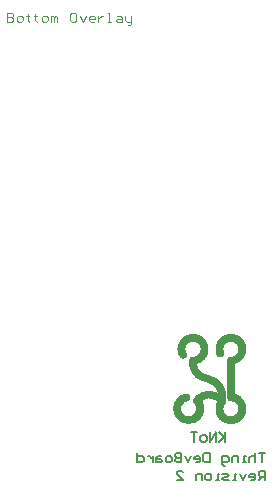
<source format=gbo>
%FSLAX44Y44*%
%MOMM*%
G71*
G01*
G75*
G04 Layer_Color=32896*
%ADD10C,0.3810*%
%ADD11R,0.8000X0.9000*%
%ADD12R,0.6000X0.5000*%
%ADD13R,0.5000X0.6000*%
%ADD14R,1.3000X1.5000*%
%ADD15R,1.0000X1.1000*%
%ADD16R,1.1000X1.0000*%
%ADD17R,1.5000X1.5000*%
%ADD18R,1.5000X1.5000*%
%ADD19O,1.5000X0.4500*%
%ADD20O,0.4500X1.5000*%
%ADD21R,0.8000X0.3000*%
%ADD22R,0.3000X0.8000*%
%ADD23R,1.6000X1.6000*%
%ADD24O,2.1000X0.3500*%
%ADD25R,0.6900X1.2000*%
%ADD26R,1.9000X1.9000*%
%ADD27R,1.9000X1.8000*%
%ADD28R,1.6000X2.1000*%
%ADD29R,1.3500X0.4000*%
%ADD30R,2.4000X1.9000*%
%ADD31R,1.1000X1.9000*%
%ADD32C,0.5000*%
%ADD33C,0.3000*%
%ADD34C,0.2540*%
%ADD35C,0.6000*%
%ADD36C,0.6010*%
%ADD37C,0.6020*%
%ADD38C,1.2600*%
%ADD39C,0.1000*%
%ADD40C,1.5000*%
%ADD41R,2.2000X2.2000*%
%ADD42C,2.3000*%
%ADD43C,1.2700*%
%ADD44C,1.0000*%
%ADD45C,0.7000*%
%ADD46C,5.0000*%
%ADD47C,0.2500*%
%ADD48C,0.2000*%
%ADD49C,0.0500*%
%ADD50R,0.2500X1.4000*%
%ADD51R,1.0032X1.1032*%
%ADD52R,0.8032X0.7032*%
%ADD53R,0.7032X0.8032*%
%ADD54R,1.5032X1.7032*%
%ADD55R,1.2032X1.3032*%
%ADD56R,1.3032X1.2032*%
%ADD57R,1.7032X1.7032*%
%ADD58R,1.7032X1.7032*%
%ADD59O,1.7032X0.6532*%
%ADD60O,0.6532X1.7032*%
%ADD61R,1.0032X0.5032*%
%ADD62R,0.5032X1.0032*%
%ADD63R,1.8032X1.8032*%
%ADD64O,2.3032X0.5532*%
%ADD65R,0.8932X1.4032*%
%ADD66R,2.1032X2.1032*%
%ADD67R,2.1032X2.0032*%
%ADD68R,1.8032X2.3032*%
%ADD69R,1.5532X0.6032*%
%ADD70R,2.6032X2.1032*%
%ADD71R,1.3032X2.1032*%
%ADD72C,1.7032*%
%ADD73R,2.4032X2.4032*%
%ADD74C,2.5032*%
%ADD75C,1.4732*%
%ADD76C,1.2032*%
%ADD77C,0.9032*%
%ADD78C,5.2032*%
%ADD79C,0.0254*%
D39*
X144780Y458847D02*
Y450850D01*
X148779D01*
X150112Y452183D01*
Y453516D01*
X148779Y454849D01*
X144780D01*
X148779D01*
X150112Y456182D01*
Y457514D01*
X148779Y458847D01*
X144780D01*
X154110Y450850D02*
X156776D01*
X158109Y452183D01*
Y454849D01*
X156776Y456182D01*
X154110D01*
X152777Y454849D01*
Y452183D01*
X154110Y450850D01*
X162108Y457514D02*
Y456182D01*
X160775D01*
X163441D01*
X162108D01*
Y452183D01*
X163441Y450850D01*
X168772Y457514D02*
Y456182D01*
X167439D01*
X170105D01*
X168772D01*
Y452183D01*
X170105Y450850D01*
X175437D02*
X178103D01*
X179436Y452183D01*
Y454849D01*
X178103Y456182D01*
X175437D01*
X174104Y454849D01*
Y452183D01*
X175437Y450850D01*
X182101D02*
Y456182D01*
X183434D01*
X184767Y454849D01*
Y450850D01*
Y454849D01*
X186100Y456182D01*
X187433Y454849D01*
Y450850D01*
X202095Y458847D02*
X199429D01*
X198096Y457514D01*
Y452183D01*
X199429Y450850D01*
X202095D01*
X203428Y452183D01*
Y457514D01*
X202095Y458847D01*
X206094Y456182D02*
X208759Y450850D01*
X211425Y456182D01*
X218090Y450850D02*
X215424D01*
X214091Y452183D01*
Y454849D01*
X215424Y456182D01*
X218090D01*
X219423Y454849D01*
Y453516D01*
X214091D01*
X222088Y456182D02*
Y450850D01*
Y453516D01*
X223421Y454849D01*
X224754Y456182D01*
X226087D01*
X230086Y450850D02*
X232752D01*
X231419D01*
Y458847D01*
X230086D01*
X238083Y456182D02*
X240749D01*
X242082Y454849D01*
Y450850D01*
X238083D01*
X236750Y452183D01*
X238083Y453516D01*
X242082D01*
X244748Y456182D02*
Y452183D01*
X246081Y450850D01*
X250079D01*
Y449517D01*
X248746Y448184D01*
X247414D01*
X250079Y450850D02*
Y456182D01*
D48*
X363000Y63000D02*
Y70997D01*
X359001D01*
X357668Y69665D01*
Y66999D01*
X359001Y65666D01*
X363000D01*
X360334D02*
X357668Y63000D01*
X351004D02*
X353670D01*
X355003Y64333D01*
Y66999D01*
X353670Y68332D01*
X351004D01*
X349671Y66999D01*
Y65666D01*
X355003D01*
X347005Y68332D02*
X344339Y63000D01*
X341674Y68332D01*
X339008Y63000D02*
X336342D01*
X337675D01*
Y68332D01*
X339008D01*
X332343Y63000D02*
X328344D01*
X327012Y64333D01*
X328344Y65666D01*
X331010D01*
X332343Y66999D01*
X331010Y68332D01*
X327012D01*
X324346Y63000D02*
X321680D01*
X323013D01*
Y68332D01*
X324346D01*
X316348Y63000D02*
X313683D01*
X312350Y64333D01*
Y66999D01*
X313683Y68332D01*
X316348D01*
X317681Y66999D01*
Y64333D01*
X316348Y63000D01*
X309684D02*
Y68332D01*
X305685D01*
X304352Y66999D01*
Y63000D01*
X288357D02*
X293689D01*
X288357Y68332D01*
Y69665D01*
X289690Y70997D01*
X292356D01*
X293689Y69665D01*
X363000Y85997D02*
X357668D01*
X360334D01*
Y78000D01*
X355003Y85997D02*
Y78000D01*
Y81999D01*
X353670Y83332D01*
X351004D01*
X349671Y81999D01*
Y78000D01*
X347005D02*
X344339D01*
X345672D01*
Y83332D01*
X347005D01*
X340341Y78000D02*
Y83332D01*
X336342D01*
X335009Y81999D01*
Y78000D01*
X329677Y75334D02*
X328344D01*
X327012Y76667D01*
Y83332D01*
X331010D01*
X332343Y81999D01*
Y79333D01*
X331010Y78000D01*
X327012D01*
X316348Y85997D02*
Y78000D01*
X312350D01*
X311017Y79333D01*
Y84664D01*
X312350Y85997D01*
X316348D01*
X304352Y78000D02*
X307018D01*
X308351Y79333D01*
Y81999D01*
X307018Y83332D01*
X304352D01*
X303019Y81999D01*
Y80666D01*
X308351D01*
X300354Y83332D02*
X297688Y78000D01*
X295022Y83332D01*
X292356Y85997D02*
Y78000D01*
X288357D01*
X287024Y79333D01*
Y80666D01*
X288357Y81999D01*
X292356D01*
X288357D01*
X287024Y83332D01*
Y84664D01*
X288357Y85997D01*
X292356D01*
X283026Y78000D02*
X280360D01*
X279027Y79333D01*
Y81999D01*
X280360Y83332D01*
X283026D01*
X284359Y81999D01*
Y79333D01*
X283026Y78000D01*
X275028Y83332D02*
X272363D01*
X271030Y81999D01*
Y78000D01*
X275028D01*
X276361Y79333D01*
X275028Y80666D01*
X271030D01*
X268364Y83332D02*
Y78000D01*
Y80666D01*
X267031Y81999D01*
X265698Y83332D01*
X264365D01*
X255035Y85997D02*
Y78000D01*
X259034D01*
X260366Y79333D01*
Y81999D01*
X259034Y83332D01*
X255035D01*
X329636Y103505D02*
Y95508D01*
Y98174D01*
X324304Y103505D01*
X328303Y99507D01*
X324304Y95508D01*
X321639D02*
Y103505D01*
X316307Y95508D01*
Y103505D01*
X312308Y95508D02*
X309642D01*
X308309Y96841D01*
Y99507D01*
X309642Y100840D01*
X312308D01*
X313641Y99507D01*
Y96841D01*
X312308Y95508D01*
X305644Y103505D02*
X300312D01*
X302978D01*
Y95508D01*
D79*
X331724Y186690D02*
X336296D01*
X299212D02*
X303784D01*
X330962Y186436D02*
X336804D01*
X298704D02*
X304800D01*
X329946Y186182D02*
X337820D01*
X297942D02*
X305816D01*
X329692Y185928D02*
X338074D01*
X297434D02*
X305816D01*
X328676Y185674D02*
X339344D01*
X296418D02*
X306832D01*
X328168Y185420D02*
X339598D01*
X295910D02*
X307340D01*
X327914Y185166D02*
X339852D01*
X295656D02*
X308102D01*
X327660Y184912D02*
X340360D01*
X295402D02*
X308102D01*
X326898Y184658D02*
X340868D01*
X294640D02*
X308864D01*
X326644Y184404D02*
X341122D01*
X294386D02*
X309118D01*
X326136Y184150D02*
X341630D01*
X294132D02*
X309372D01*
X325882Y183896D02*
X341884D01*
X293878D02*
X309626D01*
X325628Y183642D02*
X342138D01*
X293370D02*
X310134D01*
X325374Y183388D02*
X342392D01*
X293116D02*
X310134D01*
X325120Y183134D02*
X342646D01*
X292862D02*
X310642D01*
X324866Y182880D02*
X342900D01*
X292862D02*
X310642D01*
X324612Y182626D02*
X343154D01*
X292354D02*
X311150D01*
X324358Y182372D02*
X343408D01*
X292100D02*
X311150D01*
X324104Y182118D02*
X343662D01*
X291846D02*
X311404D01*
X323850Y181864D02*
X343916D01*
X291846D02*
X311658D01*
X323596Y181610D02*
X343916D01*
X291592D02*
X312166D01*
X323596Y181356D02*
X344170D01*
X291338D02*
X312166D01*
X323342Y181102D02*
X344424D01*
X291338D02*
X312166D01*
X335280Y180848D02*
X344424D01*
X323342D02*
X332486D01*
X303530D02*
X312166D01*
X291084D02*
X299974D01*
X336296Y180594D02*
X344678D01*
X323088D02*
X331470D01*
X304292D02*
X312674D01*
X290830D02*
X299212D01*
X336550Y180340D02*
X344932D01*
X322834D02*
X330962D01*
X304800D02*
X312674D01*
X290830D02*
X298704D01*
X337058Y180086D02*
X344932D01*
X322580D02*
X330708D01*
X305054D02*
X312928D01*
X290830D02*
X298450D01*
X337820Y179832D02*
X344932D01*
X322580D02*
X329946D01*
X305816D02*
X313182D01*
X290576D02*
X297688D01*
X338074Y179578D02*
X345186D01*
X322580D02*
X329692D01*
X306070D02*
X313182D01*
X290322D02*
X297688D01*
X338074Y179324D02*
X345186D01*
X322326D02*
X329438D01*
X306324D02*
X313182D01*
X290322D02*
X297180D01*
X338582Y179070D02*
X345440D01*
X322326D02*
X329184D01*
X306578D02*
X313182D01*
X290068D02*
X296926D01*
X339090Y178816D02*
X345694D01*
X322326D02*
X328676D01*
X307086D02*
X313436D01*
X290068D02*
X296672D01*
X339090Y178562D02*
X345694D01*
X322072D02*
X328676D01*
X307086D02*
X313690D01*
X289814D02*
X296672D01*
X339090Y178308D02*
X345694D01*
X321818D02*
X328422D01*
X307086D02*
X313690D01*
X289814D02*
X296418D01*
X339344Y178054D02*
X345948D01*
X321818D02*
X328422D01*
X307340D02*
X313690D01*
X289814D02*
X296164D01*
X339598Y177800D02*
X345948D01*
X321818D02*
X327914D01*
X307594D02*
X313944D01*
X289814D02*
X295910D01*
X339852Y177546D02*
X346202D01*
X321564D02*
X327914D01*
X307848D02*
X313944D01*
X289814D02*
X295656D01*
X340106Y177292D02*
X346202D01*
X321564D02*
X327660D01*
X308102D02*
X314198D01*
X289814D02*
X295656D01*
X340106Y177038D02*
X346202D01*
X321564D02*
X327660D01*
X308102D02*
X314198D01*
X289560D02*
X295656D01*
X340106Y176784D02*
X346202D01*
X321564D02*
X327660D01*
X308102D02*
X314198D01*
X289560D02*
X295402D01*
X340106Y176530D02*
X346202D01*
X321564D02*
X327660D01*
X308356D02*
X314198D01*
X289306D02*
X295402D01*
X340360Y176276D02*
X346202D01*
X321564D02*
X327406D01*
X308356D02*
X314198D01*
X289306D02*
X295402D01*
X340360Y176022D02*
X346202D01*
X321564D02*
X327406D01*
X308356D02*
X314198D01*
X289306D02*
X295402D01*
X340360Y175768D02*
X346202D01*
X321310D02*
X327406D01*
X308356D02*
X314198D01*
X289306D02*
X295148D01*
X340360Y175514D02*
X346202D01*
X321310D02*
X327152D01*
X308356D02*
X314198D01*
X289306D02*
X295148D01*
X340360Y175260D02*
X346456D01*
X321310D02*
X327152D01*
X308356D02*
X314198D01*
X289306D02*
X295148D01*
X340614Y175006D02*
X346456D01*
X321310D02*
X327152D01*
X308610D02*
X314198D01*
X289306D02*
X294894D01*
X340614Y174752D02*
X346456D01*
X321310D02*
X327152D01*
X308610D02*
X314198D01*
X289052D02*
X294894D01*
X340614Y174498D02*
X346456D01*
X321310D02*
X327152D01*
X308610D02*
X314198D01*
X289052D02*
X294894D01*
X340614Y174244D02*
X346456D01*
X321310D02*
X327152D01*
X308610D02*
X314198D01*
X289052D02*
X294894D01*
X340614Y173990D02*
X346456D01*
X321310D02*
X327152D01*
X308610D02*
X314198D01*
X289052D02*
X294894D01*
X340614Y173736D02*
X346456D01*
X321310D02*
X327152D01*
X308610D02*
X314198D01*
X289306D02*
X294894D01*
X340614Y173482D02*
X346456D01*
X321310D02*
X327152D01*
X308610D02*
X314198D01*
X289306D02*
X295148D01*
X340614Y173228D02*
X346456D01*
X321310D02*
X327152D01*
X308356D02*
X314198D01*
X289306D02*
X295148D01*
X340360Y172974D02*
X346456D01*
X321310D02*
X327152D01*
X308356D02*
X314198D01*
X289306D02*
X295148D01*
X340360Y172720D02*
X346202D01*
X321310D02*
X327406D01*
X308356D02*
X314198D01*
X289306D02*
X295148D01*
X340360Y172466D02*
X346202D01*
X321310D02*
X327406D01*
X308356D02*
X314198D01*
X289306D02*
X295402D01*
X340360Y172212D02*
X346202D01*
X321564D02*
X327406D01*
X308356D02*
X314198D01*
X289306D02*
X295402D01*
X340106Y171958D02*
X346202D01*
X321564D02*
X327660D01*
X308356D02*
X314198D01*
X289306D02*
X295402D01*
X340106Y171704D02*
X346202D01*
X321564D02*
X327660D01*
X308102D02*
X314198D01*
X289560D02*
X295656D01*
X340106Y171450D02*
X346202D01*
X321564D02*
X327660D01*
X308102D02*
X314198D01*
X289560D02*
X295656D01*
X340106Y171196D02*
X346202D01*
X321564D02*
X327660D01*
X307848D02*
X314198D01*
X289560D02*
X295656D01*
X339852Y170942D02*
X346202D01*
X321564D02*
X327660D01*
X307848D02*
X313944D01*
X289814D02*
X295656D01*
X339598Y170688D02*
X345948D01*
X321818D02*
X327914D01*
X307594D02*
X313944D01*
X289814D02*
X295910D01*
X339344Y170434D02*
X345948D01*
X321818D02*
X327914D01*
X307340D02*
X313690D01*
X289814D02*
X296164D01*
X339344Y170180D02*
X345948D01*
X321818D02*
X327914D01*
X307086D02*
X313690D01*
X289814D02*
X296164D01*
X339090Y169926D02*
X345694D01*
X322072D02*
X327914D01*
X307086D02*
X313690D01*
X289814D02*
X296418D01*
X339090Y169672D02*
X345694D01*
X322326D02*
X327660D01*
X307086D02*
X313436D01*
X290068D02*
X296418D01*
X338582Y169418D02*
X345440D01*
X322326D02*
X327660D01*
X306578D02*
X313182D01*
X290068D02*
X296418D01*
X338328Y169164D02*
X345440D01*
X322326D02*
X327660D01*
X306324D02*
X313182D01*
X290322D02*
X296418D01*
X338074Y168910D02*
X345186D01*
X322580D02*
X327660D01*
X306070D02*
X313182D01*
X290322D02*
X296418D01*
X338074Y168656D02*
X344932D01*
X322580D02*
X327152D01*
X305816D02*
X313182D01*
X290576D02*
X296164D01*
X337312Y168402D02*
X344932D01*
X322834D02*
X326898D01*
X305054D02*
X312928D01*
X290830D02*
X296164D01*
X337058Y168148D02*
X344932D01*
X323088D02*
X326644D01*
X304800D02*
X312928D01*
X290830D02*
X295910D01*
X336296Y167894D02*
X344932D01*
X323596D02*
X326644D01*
X304038D02*
X312674D01*
X290830D02*
X295910D01*
X336042Y167640D02*
X344424D01*
X324358D02*
X325374D01*
X303784D02*
X312420D01*
X291084D02*
X295656D01*
X333248Y167386D02*
X344424D01*
X300990D02*
X312166D01*
X291338D02*
X295656D01*
X332740Y167132D02*
X344170D01*
X300482D02*
X312166D01*
X291592D02*
X295148D01*
X332232Y166878D02*
X344170D01*
X299974D02*
X312166D01*
X291846D02*
X294894D01*
X331978Y166624D02*
X343916D01*
X299974D02*
X311658D01*
X292608D02*
X294132D01*
X331724Y166370D02*
X343662D01*
X299466D02*
X311658D01*
X331470Y166116D02*
X343408D01*
X299466D02*
X311404D01*
X331216Y165862D02*
X343154D01*
X299212D02*
X311150D01*
X331216Y165608D02*
X342900D01*
X299212D02*
X310896D01*
X330962Y165354D02*
X342646D01*
X298958D02*
X310642D01*
X330962Y165100D02*
X342392D01*
X298958D02*
X310388D01*
X330962Y164846D02*
X342138D01*
X298958D02*
X310134D01*
X330962Y164592D02*
X341884D01*
X298958D02*
X309880D01*
X330962Y164338D02*
X341630D01*
X298958D02*
X309372D01*
X330962Y164084D02*
X341376D01*
X298958D02*
X309118D01*
X330962Y163830D02*
X340868D01*
X298958D02*
X309118D01*
X330962Y163576D02*
X340360D01*
X298958D02*
X308356D01*
X330962Y163322D02*
X339852D01*
X298958D02*
X308102D01*
X330962Y163068D02*
X339852D01*
X298958D02*
X307594D01*
X330962Y162814D02*
X339090D01*
X298958D02*
X307086D01*
X330962Y162560D02*
X338328D01*
X298958D02*
X306324D01*
X330962Y162306D02*
X337566D01*
X298958D02*
X305562D01*
X330962Y162052D02*
X337058D01*
X298958D02*
X304800D01*
X330962Y161798D02*
X336804D01*
X298958D02*
X304800D01*
X330962Y161544D02*
X336804D01*
X298958D02*
X304800D01*
X330962Y161290D02*
X336804D01*
X298958D02*
X304800D01*
X330962Y161036D02*
X336804D01*
X298958D02*
X304800D01*
X330962Y160782D02*
X336804D01*
X299212D02*
X304800D01*
X330962Y160528D02*
X336804D01*
X299212D02*
X304800D01*
X330962Y160274D02*
X336804D01*
X299212D02*
X305054D01*
X330962Y160020D02*
X336804D01*
X299212D02*
X305054D01*
X330962Y159766D02*
X336804D01*
X299212D02*
X305054D01*
X330962Y159512D02*
X336804D01*
X299466D02*
X305054D01*
X330962Y159258D02*
X336804D01*
X299466D02*
X305308D01*
X330962Y159004D02*
X336804D01*
X299466D02*
X305308D01*
X330962Y158750D02*
X336804D01*
X299466D02*
X305562D01*
X330962Y158496D02*
X336804D01*
X299466D02*
X305562D01*
X330962Y158242D02*
X336804D01*
X299720D02*
X305816D01*
X330962Y157988D02*
X336804D01*
X299720D02*
X305816D01*
X330962Y157734D02*
X336804D01*
X299974D02*
X305816D01*
X330962Y157480D02*
X336804D01*
X299974D02*
X305816D01*
X330962Y157226D02*
X336804D01*
X299974D02*
X306070D01*
X330962Y156972D02*
X336804D01*
X299974D02*
X306324D01*
X330962Y156718D02*
X336804D01*
X299974D02*
X306324D01*
X330962Y156464D02*
X336804D01*
X300228D02*
X306578D01*
X330962Y156210D02*
X336804D01*
X300228D02*
X306832D01*
X330962Y155956D02*
X336804D01*
X300482D02*
X307086D01*
X330962Y155702D02*
X336804D01*
X300482D02*
X307086D01*
X330962Y155448D02*
X336804D01*
X300736D02*
X307340D01*
X330962Y155194D02*
X336804D01*
X300990D02*
X308102D01*
X330962Y154940D02*
X336804D01*
X300990D02*
X308102D01*
X330962Y154686D02*
X336804D01*
X300990D02*
X308356D01*
X330962Y154432D02*
X336804D01*
X301244D02*
X308610D01*
X330962Y154178D02*
X336804D01*
X301244D02*
X309372D01*
X330962Y153924D02*
X336804D01*
X301498D02*
X309880D01*
X330962Y153670D02*
X336804D01*
X301498D02*
X310134D01*
X330962Y153416D02*
X336804D01*
X302006D02*
X310642D01*
X330962Y153162D02*
X336804D01*
X302006D02*
X311404D01*
X330962Y152908D02*
X336804D01*
X302006D02*
X312166D01*
X330962Y152654D02*
X336804D01*
X302260D02*
X312674D01*
X330962Y152400D02*
X336804D01*
X302768D02*
X313182D01*
X330962Y152146D02*
X336804D01*
X303022D02*
X314198D01*
X330962Y151892D02*
X336804D01*
X303022D02*
X314960D01*
X330962Y151638D02*
X336804D01*
X303276D02*
X315722D01*
X330962Y151384D02*
X336804D01*
X303784D02*
X316230D01*
X330962Y151130D02*
X336804D01*
X304038D02*
X317246D01*
X330962Y150876D02*
X336804D01*
X304038D02*
X317754D01*
X330962Y150622D02*
X336804D01*
X304292D02*
X318262D01*
X330962Y150368D02*
X336804D01*
X305054D02*
X318516D01*
X330962Y150114D02*
X336804D01*
X305054D02*
X319532D01*
X330962Y149860D02*
X336804D01*
X305308D02*
X320040D01*
X330962Y149606D02*
X336804D01*
X305816D02*
X320294D01*
X330962Y149352D02*
X336804D01*
X306324D02*
X320548D01*
X330962Y149098D02*
X336804D01*
X306832D02*
X321310D01*
X330962Y148844D02*
X336804D01*
X307086D02*
X321564D01*
X330962Y148590D02*
X336804D01*
X307594D02*
X322072D01*
X330962Y148336D02*
X336804D01*
X308356D02*
X322326D01*
X330962Y148082D02*
X336804D01*
X309118D02*
X322834D01*
X330962Y147828D02*
X336804D01*
X309372D02*
X323088D01*
X330962Y147574D02*
X336804D01*
X309880D02*
X323342D01*
X330962Y147320D02*
X336804D01*
X310896D02*
X323596D01*
X330962Y147066D02*
X336804D01*
X311658D02*
X324104D01*
X330962Y146812D02*
X336804D01*
X311912D02*
X324358D01*
X330962Y146558D02*
X336804D01*
X312674D02*
X324358D01*
X330962Y146304D02*
X336804D01*
X313690D02*
X324612D01*
X330962Y146050D02*
X336804D01*
X314452D02*
X325120D01*
X330962Y145796D02*
X336804D01*
X314960D02*
X325374D01*
X330962Y145542D02*
X336804D01*
X315468D02*
X325374D01*
X330962Y145288D02*
X336804D01*
X316484D02*
X325374D01*
X330962Y145034D02*
X336804D01*
X316992D02*
X325882D01*
X330962Y144780D02*
X336804D01*
X317246D02*
X325882D01*
X330962Y144526D02*
X336804D01*
X317754D02*
X326136D01*
X330962Y144272D02*
X336804D01*
X318516D02*
X326390D01*
X330962Y144018D02*
X336804D01*
X318770D02*
X326644D01*
X330962Y143764D02*
X336804D01*
X319024D02*
X326644D01*
X330962Y143510D02*
X336804D01*
X319278D02*
X326898D01*
X330962Y143256D02*
X336804D01*
X319786D02*
X326898D01*
X330962Y143002D02*
X336804D01*
X320040D02*
X327152D01*
X330962Y142748D02*
X336804D01*
X320294D02*
X327406D01*
X330962Y142494D02*
X336804D01*
X320548D02*
X327406D01*
X330962Y142240D02*
X336804D01*
X320802D02*
X327660D01*
X330962Y141986D02*
X336804D01*
X321056D02*
X327660D01*
X330962Y141732D02*
X336804D01*
X321310D02*
X327660D01*
X330962Y141478D02*
X336804D01*
X321310D02*
X327914D01*
X330962Y141224D02*
X336804D01*
X321564D02*
X327914D01*
X330962Y140970D02*
X336804D01*
X321564D02*
X327914D01*
X330962Y140716D02*
X336804D01*
X321818D02*
X328168D01*
X330962Y140462D02*
X336804D01*
X321818D02*
X328168D01*
X330962Y140208D02*
X336804D01*
X322326D02*
X328422D01*
X330962Y139954D02*
X336804D01*
X322326D02*
X328422D01*
X330962Y139700D02*
X336804D01*
X322326D02*
X328676D01*
X330962Y139446D02*
X336804D01*
X322580D02*
X328676D01*
X330962Y139192D02*
X336804D01*
X322580D02*
X328676D01*
X330962Y138938D02*
X336804D01*
X322580D02*
X328676D01*
X330962Y138684D02*
X336804D01*
X322834D02*
X328676D01*
X330962Y138430D02*
X336804D01*
X322834D02*
X328676D01*
X313436D02*
X317246D01*
X330962Y138176D02*
X336804D01*
X322834D02*
X328930D01*
X312420D02*
X318516D01*
X330962Y137922D02*
X336804D01*
X323088D02*
X328930D01*
X310896D02*
X320040D01*
X330962Y137668D02*
X336804D01*
X323088D02*
X328930D01*
X310388D02*
X320802D01*
X330962Y137414D02*
X336804D01*
X323088D02*
X328930D01*
X309880D02*
X321310D01*
X330962Y137160D02*
X336804D01*
X323342D02*
X328930D01*
X309372D02*
X321564D01*
X330962Y136906D02*
X336804D01*
X323342D02*
X329184D01*
X308610D02*
X322580D01*
X330962Y136652D02*
X336804D01*
X323342D02*
X329184D01*
X308356D02*
X323088D01*
X330962Y136398D02*
X336804D01*
X307848D02*
X329438D01*
X330962Y136144D02*
X336804D01*
X307340D02*
X329438D01*
X295656D02*
X295910D01*
X330962Y135890D02*
X337566D01*
X306832D02*
X329438D01*
X293878D02*
X297434D01*
X330962Y135636D02*
X338328D01*
X306578D02*
X329438D01*
X293624D02*
X297688D01*
X330962Y135382D02*
X338836D01*
X306070D02*
X329438D01*
X292862D02*
X297942D01*
X330962Y135128D02*
X339090D01*
X306070D02*
X329438D01*
X292608D02*
X298196D01*
X330962Y134874D02*
X339852D01*
X305562D02*
X329438D01*
X291846D02*
X298450D01*
X330962Y134620D02*
X340360D01*
X305054D02*
X329692D01*
X291592D02*
X298450D01*
X330962Y134366D02*
X340614D01*
X305054D02*
X329692D01*
X291084D02*
X298704D01*
X330962Y134112D02*
X340868D01*
X304800D02*
X329692D01*
X290830D02*
X298704D01*
X330962Y133858D02*
X341630D01*
X304038D02*
X329692D01*
X290322D02*
X298704D01*
X330962Y133604D02*
X341884D01*
X304038D02*
X329692D01*
X290068D02*
X298704D01*
X330962Y133350D02*
X341884D01*
X303784D02*
X329692D01*
X289814D02*
X298704D01*
X330962Y133096D02*
X342138D01*
X303530D02*
X329692D01*
X289814D02*
X298704D01*
X330962Y132842D02*
X342646D01*
X315976D02*
X329692D01*
X303022D02*
X314198D01*
X289306D02*
X298704D01*
X330962Y132588D02*
X342900D01*
X317500D02*
X329692D01*
X303022D02*
X313182D01*
X289052D02*
X298704D01*
X331216Y132334D02*
X342900D01*
X318008D02*
X329692D01*
X302768D02*
X312674D01*
X288798D02*
X298704D01*
X331216Y132080D02*
X343154D01*
X319278D02*
X329692D01*
X302768D02*
X311658D01*
X288798D02*
X298450D01*
X331470Y131826D02*
X343662D01*
X319532D02*
X329692D01*
X302514D02*
X311150D01*
X288290D02*
X298450D01*
X331724Y131572D02*
X343916D01*
X320294D02*
X329692D01*
X302260D02*
X311150D01*
X288036D02*
X298196D01*
X331978Y131318D02*
X343916D01*
X320548D02*
X329692D01*
X302260D02*
X310642D01*
X287782D02*
X298196D01*
X332232Y131064D02*
X343916D01*
X321564D02*
X329692D01*
X302260D02*
X310134D01*
X287782D02*
X297688D01*
X332740Y130810D02*
X344170D01*
X321818D02*
X329692D01*
X302260D02*
X309626D01*
X287528D02*
X297180D01*
X332994Y130556D02*
X344424D01*
X322326D02*
X329692D01*
X302260D02*
X309372D01*
X287528D02*
X296926D01*
X335280Y130302D02*
X344678D01*
X322834D02*
X329692D01*
X302260D02*
X309118D01*
X287274D02*
X296164D01*
X336550Y130048D02*
X344678D01*
X322834D02*
X329692D01*
X302260D02*
X309118D01*
X287020D02*
X295402D01*
X337058Y129794D02*
X344932D01*
X322580D02*
X329692D01*
X302260D02*
X309372D01*
X287020D02*
X294894D01*
X337312Y129540D02*
X344932D01*
X322580D02*
X329692D01*
X302514D02*
X309626D01*
X286766D02*
X294640D01*
X337820Y129286D02*
X345186D01*
X322580D02*
X329692D01*
X302514D02*
X309626D01*
X286766D02*
X294132D01*
X338074Y129032D02*
X345186D01*
X322580D02*
X329438D01*
X302768D02*
X309626D01*
X286512D02*
X293624D01*
X338582Y128778D02*
X345440D01*
X322326D02*
X329184D01*
X303022D02*
X309880D01*
X286512D02*
X293624D01*
X338582Y128524D02*
X345694D01*
X322326D02*
X328930D01*
X303022D02*
X310134D01*
X286512D02*
X293370D01*
X339090Y128270D02*
X345694D01*
X322072D02*
X328676D01*
X303276D02*
X310134D01*
X286258D02*
X293116D01*
X339090Y128016D02*
X345694D01*
X322072D02*
X328676D01*
X303530D02*
X310134D01*
X286258D02*
X292608D01*
X339344Y127762D02*
X345948D01*
X321818D02*
X328422D01*
X303784D02*
X310134D01*
X286004D02*
X292608D01*
X339344Y127508D02*
X345948D01*
X321818D02*
X328168D01*
X304038D02*
X310134D01*
X286004D02*
X292608D01*
X339598Y127254D02*
X346202D01*
X321564D02*
X327914D01*
X304038D02*
X310388D01*
X286004D02*
X292608D01*
X339852Y127000D02*
X346202D01*
X321564D02*
X327914D01*
X304038D02*
X310388D01*
X285750D02*
X292100D01*
X340106Y126746D02*
X346202D01*
X321564D02*
X327660D01*
X304292D02*
X310642D01*
X285750D02*
X292100D01*
X340106Y126492D02*
X346202D01*
X321564D02*
X327660D01*
X304292D02*
X310642D01*
X285750D02*
X291846D01*
X340106Y126238D02*
X346202D01*
X321564D02*
X327660D01*
X304546D02*
X310642D01*
X285750D02*
X291846D01*
X340106Y125984D02*
X346202D01*
X321564D02*
X327406D01*
X304546D02*
X310642D01*
X285750D02*
X291592D01*
X340360Y125730D02*
X346202D01*
X321310D02*
X327406D01*
X304800D02*
X310642D01*
X285496D02*
X291592D01*
X340360Y125476D02*
X346202D01*
X321310D02*
X327406D01*
X304800D02*
X310642D01*
X285496D02*
X291592D01*
X340360Y125222D02*
X346202D01*
X321310D02*
X327406D01*
X304800D02*
X310896D01*
X285496D02*
X291592D01*
X340614Y124968D02*
X346202D01*
X321310D02*
X327152D01*
X305054D02*
X310896D01*
X285496D02*
X291592D01*
X340614Y124714D02*
X346456D01*
X321310D02*
X327152D01*
X305054D02*
X310896D01*
X285496D02*
X291592D01*
X340614Y124460D02*
X346456D01*
X321310D02*
X327152D01*
X305054D02*
X310896D01*
X285496D02*
X291592D01*
X340614Y124206D02*
X346456D01*
X321310D02*
X327152D01*
X305054D02*
X310896D01*
X285496D02*
X291592D01*
X340614Y123952D02*
X346456D01*
X321310D02*
X327152D01*
X305054D02*
X310896D01*
X285496D02*
X291592D01*
X340614Y123698D02*
X346456D01*
X321310D02*
X327152D01*
X305054D02*
X310896D01*
X285496D02*
X291592D01*
X340614Y123444D02*
X346456D01*
X321310D02*
X327152D01*
X305054D02*
X310896D01*
X285496D02*
X291592D01*
X340614Y123190D02*
X346456D01*
X321310D02*
X327152D01*
X305054D02*
X310896D01*
X285496D02*
X291592D01*
X340614Y122936D02*
X346456D01*
X321310D02*
X327152D01*
X305054D02*
X310896D01*
X285496D02*
X291592D01*
X340614Y122682D02*
X346456D01*
X321310D02*
X327152D01*
X304800D02*
X310896D01*
X285496D02*
X291592D01*
X340360Y122428D02*
X346202D01*
X321310D02*
X327152D01*
X304800D02*
X310896D01*
X285496D02*
X291592D01*
X340360Y122174D02*
X346202D01*
X321310D02*
X327406D01*
X304800D02*
X310642D01*
X285496D02*
X291592D01*
X340360Y121920D02*
X346202D01*
X321564D02*
X327406D01*
X304800D02*
X310642D01*
X285496D02*
X291592D01*
X340360Y121666D02*
X346202D01*
X321564D02*
X327406D01*
X304546D02*
X310642D01*
X285750D02*
X291846D01*
X340106Y121412D02*
X346202D01*
X321564D02*
X327406D01*
X304292D02*
X310642D01*
X285750D02*
X291846D01*
X340106Y121158D02*
X346202D01*
X321564D02*
X327660D01*
X304292D02*
X310642D01*
X285750D02*
X291846D01*
X340106Y120904D02*
X346202D01*
X321564D02*
X327660D01*
X304292D02*
X310388D01*
X286004D02*
X292100D01*
X339852Y120650D02*
X346202D01*
X321564D02*
X327660D01*
X304038D02*
X310388D01*
X286004D02*
X292354D01*
X339852Y120396D02*
X346202D01*
X321564D02*
X327914D01*
X304038D02*
X310388D01*
X286004D02*
X292354D01*
X339598Y120142D02*
X345948D01*
X321818D02*
X327914D01*
X303784D02*
X310134D01*
X286258D02*
X292608D01*
X339598Y119888D02*
X345948D01*
X321818D02*
X328168D01*
X303784D02*
X310134D01*
X286258D02*
X292608D01*
X339090Y119634D02*
X345694D01*
X322072D02*
X328422D01*
X303276D02*
X310134D01*
X286258D02*
X292862D01*
X339090Y119380D02*
X345694D01*
X322072D02*
X328676D01*
X303022D02*
X310134D01*
X286512D02*
X293116D01*
X339090Y119126D02*
X345694D01*
X322072D02*
X328676D01*
X303022D02*
X309880D01*
X286512D02*
X293370D01*
X338582Y118872D02*
X345440D01*
X322326D02*
X328930D01*
X302768D02*
X309626D01*
X286512D02*
X293624D01*
X338074Y118618D02*
X345186D01*
X322580D02*
X329438D01*
X302260D02*
X309626D01*
X286512D02*
X294132D01*
X338074Y118364D02*
X345186D01*
X322580D02*
X329692D01*
X302006D02*
X309626D01*
X286766D02*
X294386D01*
X337820Y118110D02*
X344932D01*
X322580D02*
X329946D01*
X301752D02*
X309372D01*
X286766D02*
X294640D01*
X337312Y117856D02*
X344932D01*
X322834D02*
X330200D01*
X301244D02*
X309118D01*
X287274D02*
X294894D01*
X336804Y117602D02*
X344932D01*
X322834D02*
X330962D01*
X300482D02*
X309118D01*
X287274D02*
X295910D01*
X336042Y117348D02*
X344678D01*
X323088D02*
X331724D01*
X299974D02*
X309118D01*
X287528D02*
X296672D01*
X335280Y117094D02*
X344678D01*
X323342D02*
X332232D01*
X297942D02*
X308864D01*
X287528D02*
X297688D01*
X334010Y116840D02*
X344170D01*
X323596D02*
X333756D01*
X287782D02*
X308610D01*
X323596Y116586D02*
X344170D01*
X287782D02*
X308356D01*
X323596Y116332D02*
X343916D01*
X288036D02*
X308102D01*
X323850Y116078D02*
X343916D01*
X288290D02*
X308102D01*
X324104Y115824D02*
X343662D01*
X288798D02*
X307848D01*
X324358Y115570D02*
X343408D01*
X288798D02*
X307594D01*
X324612Y115316D02*
X343154D01*
X288798D02*
X307340D01*
X324612Y115062D02*
X342900D01*
X289306D02*
X307086D01*
X325120Y114808D02*
X342646D01*
X289560D02*
X306832D01*
X325374Y114554D02*
X342392D01*
X289814D02*
X306578D01*
X325628Y114300D02*
X342138D01*
X289814D02*
X306324D01*
X325882Y114046D02*
X341884D01*
X290322D02*
X306070D01*
X326390Y113792D02*
X341376D01*
X290830D02*
X305562D01*
X326898Y113538D02*
X341122D01*
X291084D02*
X305054D01*
X326898Y113284D02*
X340868D01*
X291338D02*
X304800D01*
X327406Y113030D02*
X340360D01*
X291846D02*
X304800D01*
X327914Y112776D02*
X339852D01*
X292608D02*
X303784D01*
X328422Y112522D02*
X339344D01*
X292862D02*
X303530D01*
X328930Y112268D02*
X338836D01*
X293370D02*
X303022D01*
X329438Y112014D02*
X338328D01*
X293878D02*
X302260D01*
X330454Y111760D02*
X337312D01*
X295402D02*
X301244D01*
X331216Y111506D02*
X336550D01*
X296672D02*
X299720D01*
X332232Y111252D02*
X335788D01*
M02*

</source>
